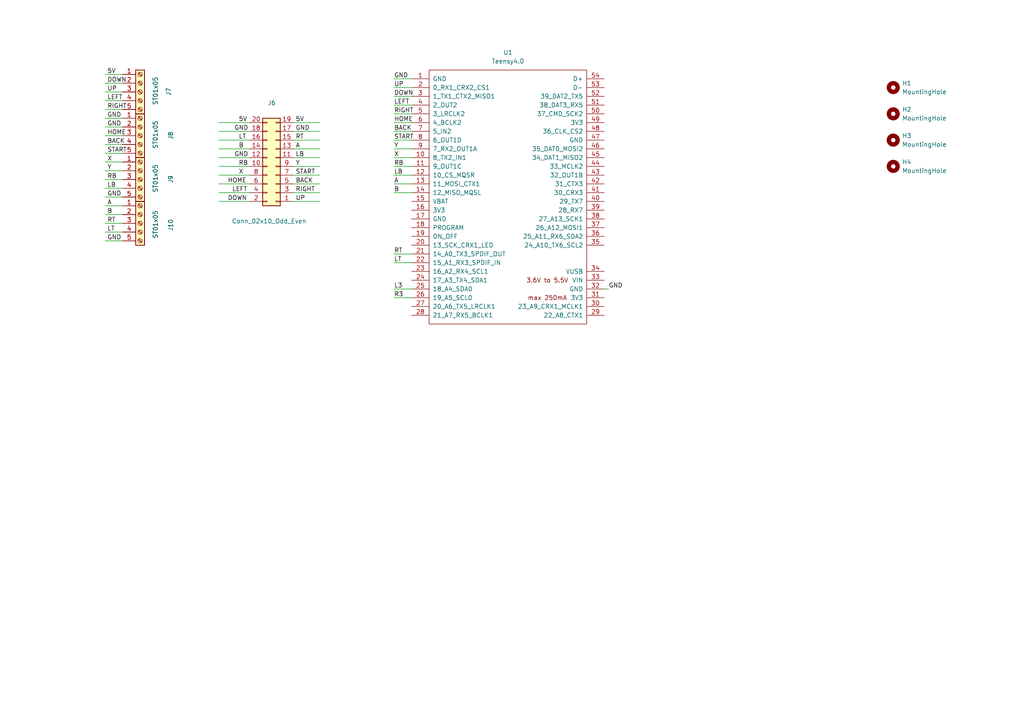
<source format=kicad_sch>
(kicad_sch (version 20230121) (generator eeschema)
  (paper "A4")
  (lib_symbols
    (symbol "Connector:Screw_Terminal_01x05" (pin_names (offset 1.016) hide)
      (property "Reference" "J" (at 0 7.62 0))
      (property "Value" "Screw_Terminal_01x05" (at 0 -7.62 0))
      (symbol "Screw_Terminal_01x05_1_1"
        (rectangle (start -1.27 6.35) (end 1.27 -6.35) (stroke (width 0.254)) (fill (type background)))
        (circle (center 0 -5.08) (radius 0.635) (stroke (width 0.1524)))
        (circle (center 0 -2.54) (radius 0.635) (stroke (width 0.1524)))
        (polyline (pts (xy -0.5334 -4.7498) (xy 0.3302 -5.588)) (stroke (width 0.1524)))
        (polyline (pts (xy -0.5334 -2.2098) (xy 0.3302 -3.048)) (stroke (width 0.1524)))
        (polyline (pts (xy -0.5334 0.3302) (xy 0.3302 -0.508)) (stroke (width 0.1524)))
        (polyline (pts (xy -0.5334 2.8702) (xy 0.3302 2.032)) (stroke (width 0.1524)))
        (polyline (pts (xy -0.5334 5.4102) (xy 0.3302 4.572)) (stroke (width 0.1524)))
        (polyline (pts (xy -0.3556 -4.572) (xy 0.508 -5.4102)) (stroke (width 0.1524)))
        (polyline (pts (xy -0.3556 -2.032) (xy 0.508 -2.8702)) (stroke (width 0.1524)))
        (polyline (pts (xy -0.3556 0.508) (xy 0.508 -0.3302)) (stroke (width 0.1524)))
        (polyline (pts (xy -0.3556 3.048) (xy 0.508 2.2098)) (stroke (width 0.1524)))
        (polyline (pts (xy -0.3556 5.588) (xy 0.508 4.7498)) (stroke (width 0.1524)))
        (circle (center 0 0) (radius 0.635) (stroke (width 0.1524)))
        (circle (center 0 2.54) (radius 0.635) (stroke (width 0.1524)))
        (circle (center 0 5.08) (radius 0.635) (stroke (width 0.1524)))
        (pin passive line (at -5.08 5.08 0) (length 3.81) (name "Pin_1") (number "1"))
        (pin passive line (at -5.08 2.54 0) (length 3.81) (name "Pin_2") (number "2"))
        (pin passive line (at -5.08 0 0) (length 3.81) (name "Pin_3") (number "3"))
        (pin passive line (at -5.08 -2.54 0) (length 3.81) (name "Pin_4") (number "4"))
        (pin passive line (at -5.08 -5.08 0) (length 3.81) (name "Pin_5") (number "5"))
      )
    )
    (symbol "Connector_Generic:Conn_02x10_Odd_Even" (pin_names (offset 1.016) hide)
      (property "Reference" "J" (at 1.27 12.7 0))
      (property "Value" "Conn_02x10_Odd_Even" (at 1.27 -15.24 0))
      (symbol "Conn_02x10_Odd_Even_1_1"
        (rectangle (start -1.27 -12.573) (end 0 -12.827) (stroke (width 0.1524)))
        (rectangle (start -1.27 -10.033) (end 0 -10.287) (stroke (width 0.1524)))
        (rectangle (start -1.27 -7.493) (end 0 -7.747) (stroke (width 0.1524)))
        (rectangle (start -1.27 -4.953) (end 0 -5.207) (stroke (width 0.1524)))
        (rectangle (start -1.27 -2.413) (end 0 -2.667) (stroke (width 0.1524)))
        (rectangle (start -1.27 0.127) (end 0 -0.127) (stroke (width 0.1524)))
        (rectangle (start -1.27 2.667) (end 0 2.413) (stroke (width 0.1524)))
        (rectangle (start -1.27 5.207) (end 0 4.953) (stroke (width 0.1524)))
        (rectangle (start -1.27 7.747) (end 0 7.493) (stroke (width 0.1524)))
        (rectangle (start -1.27 10.287) (end 0 10.033) (stroke (width 0.1524)))
        (rectangle (start -1.27 11.43) (end 3.81 -13.97) (stroke (width 0.254)) (fill (type background)))
        (rectangle (start 3.81 -12.573) (end 2.54 -12.827) (stroke (width 0.1524)))
        (rectangle (start 3.81 -10.033) (end 2.54 -10.287) (stroke (width 0.1524)))
        (rectangle (start 3.81 -7.493) (end 2.54 -7.747) (stroke (width 0.1524)))
        (rectangle (start 3.81 -4.953) (end 2.54 -5.207) (stroke (width 0.1524)))
        (rectangle (start 3.81 -2.413) (end 2.54 -2.667) (stroke (width 0.1524)))
        (rectangle (start 3.81 0.127) (end 2.54 -0.127) (stroke (width 0.1524)))
        (rectangle (start 3.81 2.667) (end 2.54 2.413) (stroke (width 0.1524)))
        (rectangle (start 3.81 5.207) (end 2.54 4.953) (stroke (width 0.1524)))
        (rectangle (start 3.81 7.747) (end 2.54 7.493) (stroke (width 0.1524)))
        (rectangle (start 3.81 10.287) (end 2.54 10.033) (stroke (width 0.1524)))
        (pin passive line (at -5.08 10.16 0) (length 3.81) (name "Pin_1") (number "1"))
        (pin passive line (at 7.62 0 180) (length 3.81) (name "Pin_10") (number "10"))
        (pin passive line (at -5.08 -2.54 0) (length 3.81) (name "Pin_11") (number "11"))
        (pin passive line (at 7.62 -2.54 180) (length 3.81) (name "Pin_12") (number "12"))
        (pin passive line (at -5.08 -5.08 0) (length 3.81) (name "Pin_13") (number "13"))
        (pin passive line (at 7.62 -5.08 180) (length 3.81) (name "Pin_14") (number "14"))
        (pin passive line (at -5.08 -7.62 0) (length 3.81) (name "Pin_15") (number "15"))
        (pin passive line (at 7.62 -7.62 180) (length 3.81) (name "Pin_16") (number "16"))
        (pin passive line (at -5.08 -10.16 0) (length 3.81) (name "Pin_17") (number "17"))
        (pin passive line (at 7.62 -10.16 180) (length 3.81) (name "Pin_18") (number "18"))
        (pin passive line (at -5.08 -12.7 0) (length 3.81) (name "Pin_19") (number "19"))
        (pin passive line (at 7.62 10.16 180) (length 3.81) (name "Pin_2") (number "2"))
        (pin passive line (at 7.62 -12.7 180) (length 3.81) (name "Pin_20") (number "20"))
        (pin passive line (at -5.08 7.62 0) (length 3.81) (name "Pin_3") (number "3"))
        (pin passive line (at 7.62 7.62 180) (length 3.81) (name "Pin_4") (number "4"))
        (pin passive line (at -5.08 5.08 0) (length 3.81) (name "Pin_5") (number "5"))
        (pin passive line (at 7.62 5.08 180) (length 3.81) (name "Pin_6") (number "6"))
        (pin passive line (at -5.08 2.54 0) (length 3.81) (name "Pin_7") (number "7"))
        (pin passive line (at 7.62 2.54 180) (length 3.81) (name "Pin_8") (number "8"))
        (pin passive line (at -5.08 0 0) (length 3.81) (name "Pin_9") (number "9"))
      )
    )
    (symbol "Mechanical:MountingHole" (pin_names (offset 1.016))
      (property "Reference" "H" (at 0 5.08 0))
      (property "Value" "MountingHole" (at 0 3.175 0))
      (symbol "MountingHole_0_1"
        (circle (center 0 0) (radius 1.27) (stroke (width 1.27)))
      )
    )
    (symbol "Teensy:Teensy4.0" (pin_names (offset 1.016))
      (property "Reference" "U" (at 0 39.37 0))
      (property "Value" "Teensy4.0" (at 0 -39.37 0))
      (symbol "Teensy4.0_0_0"
        (text "3.6V to 5.5V" (at 11.43 -24.13 0) (effects (font (size 1.27 1.27))))
        (text "max 250mA" (at 11.43 -29.21 0) (effects (font (size 1.27 1.27))))
        (pin bidirectional line (at -27.94 11.43 0) (length 5.08) (name "8_TX2_IN1") (number "10"))
        (pin bidirectional line (at -27.94 8.89 0) (length 5.08) (name "9_OUT1C") (number "11"))
        (pin bidirectional line (at -27.94 6.35 0) (length 5.08) (name "10_CS_MQSR") (number "12"))
        (pin bidirectional line (at -27.94 3.81 0) (length 5.08) (name "11_MOSI_CTX1") (number "13"))
        (pin bidirectional line (at -27.94 1.27 0) (length 5.08) (name "12_MISO_MQSL") (number "14"))
        (pin power_in line (at -27.94 -1.27 0) (length 5.08) (name "VBAT") (number "15"))
        (pin power_in line (at -27.94 -3.81 0) (length 5.08) (name "3V3") (number "16"))
        (pin power_in line (at -27.94 -6.35 0) (length 5.08) (name "GND") (number "17"))
        (pin input line (at -27.94 -8.89 0) (length 5.08) (name "PROGRAM") (number "18"))
        (pin input line (at -27.94 -11.43 0) (length 5.08) (name "ON_OFF") (number "19"))
        (pin bidirectional line (at -27.94 -13.97 0) (length 5.08) (name "13_SCK_CRX1_LED") (number "20"))
        (pin bidirectional line (at -27.94 -16.51 0) (length 5.08) (name "14_A0_TX3_SPDIF_OUT") (number "21"))
        (pin bidirectional line (at -27.94 -19.05 0) (length 5.08) (name "15_A1_RX3_SPDIF_IN") (number "22"))
        (pin bidirectional line (at -27.94 -21.59 0) (length 5.08) (name "16_A2_RX4_SCL1") (number "23"))
        (pin bidirectional line (at -27.94 -24.13 0) (length 5.08) (name "17_A3_TX4_SDA1") (number "24"))
        (pin bidirectional line (at -27.94 -26.67 0) (length 5.08) (name "18_A4_SDA0") (number "25"))
        (pin bidirectional line (at -27.94 -29.21 0) (length 5.08) (name "19_A5_SCL0") (number "26"))
        (pin bidirectional line (at -27.94 -31.75 0) (length 5.08) (name "20_A6_TX5_LRCLK1") (number "27"))
        (pin bidirectional line (at -27.94 -34.29 0) (length 5.08) (name "21_A7_RX5_BCLK1") (number "28"))
        (pin bidirectional line (at 27.94 -34.29 180) (length 5.08) (name "22_A8_CTX1") (number "29"))
        (pin bidirectional line (at 27.94 -31.75 180) (length 5.08) (name "23_A9_CRX1_MCLK1") (number "30"))
        (pin power_out line (at 27.94 -29.21 180) (length 5.08) (name "3V3") (number "31"))
        (pin power_in line (at 27.94 -26.67 180) (length 5.08) (name "GND") (number "32"))
        (pin power_in line (at 27.94 -24.13 180) (length 5.08) (name "VIN") (number "33"))
        (pin power_out line (at 27.94 -21.59 180) (length 5.08) (name "VUSB") (number "34"))
        (pin bidirectional line (at 27.94 -13.97 180) (length 5.08) (name "24_A10_TX6_SCL2") (number "35"))
        (pin bidirectional line (at 27.94 -11.43 180) (length 5.08) (name "25_A11_RX6_SDA2") (number "36"))
        (pin bidirectional line (at 27.94 -8.89 180) (length 5.08) (name "26_A12_MOSI1") (number "37"))
        (pin bidirectional line (at 27.94 -6.35 180) (length 5.08) (name "27_A13_SCK1") (number "38"))
        (pin bidirectional line (at 27.94 -3.81 180) (length 5.08) (name "28_RX7") (number "39"))
        (pin bidirectional line (at 27.94 -1.27 180) (length 5.08) (name "29_TX7") (number "40"))
        (pin bidirectional line (at 27.94 1.27 180) (length 5.08) (name "30_CRX3") (number "41"))
        (pin bidirectional line (at 27.94 3.81 180) (length 5.08) (name "31_CTX3") (number "42"))
        (pin bidirectional line (at 27.94 6.35 180) (length 5.08) (name "32_OUT1B") (number "43"))
        (pin bidirectional line (at 27.94 8.89 180) (length 5.08) (name "33_MCLK2") (number "44"))
        (pin bidirectional line (at 27.94 11.43 180) (length 5.08) (name "34_DAT1_MISO2") (number "45"))
        (pin bidirectional line (at 27.94 13.97 180) (length 5.08) (name "35_DAT0_MOSI2") (number "46"))
        (pin power_out line (at 27.94 16.51 180) (length 5.08) (name "GND") (number "47"))
        (pin bidirectional line (at 27.94 19.05 180) (length 5.08) (name "36_CLK_CS2") (number "48"))
        (pin power_out line (at 27.94 21.59 180) (length 5.08) (name "3V3") (number "49"))
        (pin bidirectional line (at -27.94 24.13 0) (length 5.08) (name "3_LRCLK2") (number "5"))
        (pin bidirectional line (at 27.94 24.13 180) (length 5.08) (name "37_CMD_SCK2") (number "50"))
        (pin bidirectional line (at 27.94 26.67 180) (length 5.08) (name "38_DAT3_RX5") (number "51"))
        (pin bidirectional line (at 27.94 29.21 180) (length 5.08) (name "39_DAT2_TX5") (number "52"))
        (pin bidirectional line (at 27.94 31.75 180) (length 5.08) (name "D-") (number "53"))
        (pin bidirectional line (at 27.94 34.29 180) (length 5.08) (name "D+") (number "54"))
        (pin bidirectional line (at -27.94 21.59 0) (length 5.08) (name "4_BCLK2") (number "6"))
        (pin bidirectional line (at -27.94 19.05 0) (length 5.08) (name "5_IN2") (number "7"))
        (pin bidirectional line (at -27.94 16.51 0) (length 5.08) (name "6_OUT1D") (number "8"))
        (pin bidirectional line (at -27.94 13.97 0) (length 5.08) (name "7_RX2_OUT1A") (number "9"))
      )
      (symbol "Teensy4.0_0_1"
        (rectangle (start -22.86 36.83) (end 22.86 -36.83))
        (rectangle (start -20.32 -31.75) (end -20.32 -31.75))
      )
      (symbol "Teensy4.0_1_1"
        (pin power_in line (at -27.94 34.29 0) (length 5.08) (name "GND") (number "1"))
        (pin bidirectional line (at -27.94 31.75 0) (length 5.08) (name "0_RX1_CRX2_CS1") (number "2"))
        (pin bidirectional line (at -27.94 29.21 0) (length 5.08) (name "1_TX1_CTX2_MISO1") (number "3"))
        (pin bidirectional line (at -27.94 26.67 0) (length 5.08) (name "2_OUT2") (number "4"))
      )
    )
  )
  (wire (pts (xy 35.56 31.75) (xy 30.48 31.75)))
  (wire (pts (xy 35.56 34.29) (xy 30.48 34.29)))
  (wire (pts (xy 114.3 83.82) (xy 119.38 83.82)))
  (wire (pts (xy 114.3 76.2) (xy 119.38 76.2)))
  (wire (pts (xy 35.56 36.83) (xy 30.48 36.83)))
  (wire (pts (xy 35.56 29.21) (xy 30.48 29.21)))
  (wire (pts (xy 114.3 55.88) (xy 119.38 55.88)))
  (wire (pts (xy 114.3 27.94) (xy 119.38 27.94)))
  (wire (pts (xy 92.71 38.1) (xy 85.09 38.1)))
  (wire (pts (xy 114.3 45.72) (xy 119.38 45.72)))
  (wire (pts (xy 114.3 25.4) (xy 119.38 25.4)))
  (wire (pts (xy 35.56 49.53) (xy 30.48 49.53)))
  (wire (pts (xy 114.3 50.8) (xy 119.38 50.8)))
  (wire (pts (xy 63.5 35.56) (xy 72.39 35.56)))
  (wire (pts (xy 35.56 44.45) (xy 30.48 44.45)))
  (wire (pts (xy 92.71 55.88) (xy 85.09 55.88)))
  (wire (pts (xy 114.3 53.34) (xy 119.38 53.34)))
  (wire (pts (xy 63.5 40.64) (xy 72.39 40.64)))
  (wire (pts (xy 92.71 48.26) (xy 85.09 48.26)))
  (wire (pts (xy 63.5 43.18) (xy 72.39 43.18)))
  (wire (pts (xy 114.3 48.26) (xy 119.38 48.26)))
  (wire (pts (xy 92.71 45.72) (xy 85.09 45.72)))
  (wire (pts (xy 114.3 30.48) (xy 119.38 30.48)))
  (wire (pts (xy 114.3 22.86) (xy 119.38 22.86)))
  (wire (pts (xy 35.56 52.07) (xy 30.48 52.07)))
  (wire (pts (xy 35.56 64.77) (xy 30.48 64.77)))
  (wire (pts (xy 92.71 40.64) (xy 85.09 40.64)))
  (wire (pts (xy 63.5 58.42) (xy 72.39 58.42)))
  (wire (pts (xy 35.56 24.13) (xy 30.48 24.13)))
  (wire (pts (xy 35.56 41.91) (xy 30.48 41.91)))
  (wire (pts (xy 114.3 73.66) (xy 119.38 73.66)))
  (wire (pts (xy 63.5 55.88) (xy 72.39 55.88)))
  (wire (pts (xy 63.5 53.34) (xy 72.39 53.34)))
  (wire (pts (xy 35.56 26.67) (xy 30.48 26.67)))
  (wire (pts (xy 114.3 40.64) (xy 119.38 40.64)))
  (wire (pts (xy 114.3 33.02) (xy 119.38 33.02)))
  (wire (pts (xy 35.56 57.15) (xy 30.48 57.15)))
  (wire (pts (xy 35.56 39.37) (xy 30.48 39.37)))
  (wire (pts (xy 35.56 54.61) (xy 30.48 54.61)))
  (wire (pts (xy 92.71 50.8) (xy 85.09 50.8)))
  (wire (pts (xy 63.5 48.26) (xy 72.39 48.26)))
  (wire (pts (xy 92.71 58.42) (xy 85.09 58.42)))
  (wire (pts (xy 63.5 38.1) (xy 72.39 38.1)))
  (wire (pts (xy 92.71 43.18) (xy 85.09 43.18)))
  (wire (pts (xy 63.5 45.72) (xy 72.39 45.72)))
  (wire (pts (xy 35.56 21.59) (xy 30.48 21.59)))
  (wire (pts (xy 114.3 38.1) (xy 119.38 38.1)))
  (wire (pts (xy 35.56 59.69) (xy 30.48 59.69)))
  (wire (pts (xy 114.3 43.18) (xy 119.38 43.18)))
  (wire (pts (xy 114.3 35.56) (xy 119.38 35.56)))
  (wire (pts (xy 92.71 53.34) (xy 85.09 53.34)))
  (wire (pts (xy 35.56 46.99) (xy 30.48 46.99)))
  (wire (pts (xy 63.5 50.8) (xy 72.39 50.8)))
  (wire (pts (xy 175.26 83.82) (xy 176.53 83.82)))
  (wire (pts (xy 35.56 62.23) (xy 30.48 62.23)))
  (wire (pts (xy 35.56 69.85) (xy 30.48 69.85)))
  (wire (pts (xy 35.56 67.31) (xy 30.48 67.31)))
  (wire (pts (xy 114.3 86.36) (xy 119.38 86.36)))
  (wire (pts (xy 92.71 35.56) (xy 85.09 35.56)))
  (label "START" (at 31.115 44.45 0))
  (label "GND" (at 31.115 36.83 0))
  (label "B" (at 69.215 43.18 0))
  (label "5V" (at 31.115 21.59 0))
  (label "GND" (at 31.115 57.15 0))
  (label "DOWN" (at 31.115 24.13 0))
  (label "X" (at 69.215 50.8 0))
  (label "LEFT" (at 31.115 29.21 0))
  (label "LEFT" (at 114.3 30.48 0))
  (label "UP" (at 85.725 58.42 0))
  (label "GND" (at 85.725 38.1 0))
  (label "GND" (at 67.945 45.72 0))
  (label "RT" (at 85.725 40.64 0))
  (label "Y" (at 114.3 43.18 0))
  (label "LB" (at 114.3 50.8 0))
  (label "LT" (at 69.215 40.64 0))
  (label "LT" (at 114.3 76.2 0))
  (label "RB" (at 69.215 48.26 0))
  (label "BACK" (at 85.725 53.34 0))
  (label "Y" (at 31.115 49.53 0))
  (label "HOME" (at 31.115 39.37 0))
  (label "RB" (at 31.115 52.07 0))
  (label "A" (at 114.3 53.34 0))
  (label "BACK" (at 114.3 38.1 0))
  (label "RIGHT" (at 114.3 33.02 0))
  (label "DOWN" (at 66.04 58.42 0))
  (label "X" (at 31.115 46.99 0))
  (label "GND" (at 31.115 69.85 0))
  (label "A" (at 31.115 59.69 0))
  (label "START" (at 114.3 40.64 0))
  (label "L3" (at 114.3 83.82 0))
  (label "UP" (at 31.115 26.67 0))
  (label "HOME" (at 114.3 35.56 0))
  (label "RT" (at 114.3 73.66 0))
  (label "RT" (at 31.115 64.77 0))
  (label "R3" (at 114.3 86.36 0))
  (label "LB" (at 85.725 45.72 0))
  (label "X" (at 114.3 45.72 0))
  (label "UP" (at 114.3 25.4 0))
  (label "A" (at 85.725 43.18 0))
  (label "LB" (at 31.115 54.61 0))
  (label "B" (at 114.3 55.88 0))
  (label "GND" (at 114.3 22.86 0))
  (label "RIGHT" (at 31.115 31.75 0))
  (label "LT" (at 31.115 67.31 0))
  (label "START" (at 85.725 50.8 0))
  (label "B" (at 31.115 62.23 0))
  (label "GND" (at 31.115 34.29 0))
  (label "LEFT" (at 67.31 55.88 0))
  (label "RIGHT" (at 85.725 55.88 0))
  (label "RB" (at 114.3 48.26 0))
  (label "Y" (at 85.725 48.26 0))
  (label "GND" (at 67.945 38.1 0))
  (label "HOME" (at 66.04 53.34 0))
  (label "GND" (at 176.53 83.82 0))
  (label "5V" (at 85.725 35.56 0))
  (label "5V" (at 69.215 35.56 0))
  (label "DOWN" (at 114.3 27.94 0))
  (label "BACK" (at 31.115 41.91 0))
  (symbol (lib_id "Connector:Screw_Terminal_01x05") (at 40.64 52.07 0) (unit 1)
    (property "Reference" "J9" (at 49.53 50.8 90) (effects (justify right)))
    (property "Value" "ST01x05" (at 45.085 47.625 90) (effects (justify right)))
    (property "Footprint" "TerminalBlock_MetzConnect:TerminalBlock_MetzConnect_Type059_RT06305HBWC_1x05_P3.50mm_Horizontal" (effects hide))
  )
  (symbol (lib_id "Mechanical:MountingHole") (at 259.08 33.02 0) (unit 1)
    (property "Reference" "H2" (at 261.62 31.75 0) (effects (justify left)))
    (property "Value" "MountingHole" (at 261.62 34.29 0) (effects (justify left)))
  )
  (symbol (lib_id "Mechanical:MountingHole") (at 259.08 40.64 0) (unit 1)
    (property "Reference" "H3" (at 261.62 39.37 0) (effects (justify left)))
    (property "Value" "MountingHole" (at 261.62 41.91 0) (effects (justify left)))
  )
  (symbol (lib_id "Connector:Screw_Terminal_01x05") (at 40.64 26.67 0) (unit 1)
    (property "Reference" "J7" (at 48.895 25.4 90) (effects (justify right)))
    (property "Value" "ST01x05" (at 45.085 22.225 90) (effects (justify right)))
    (property "Footprint" "TerminalBlock_MetzConnect:TerminalBlock_MetzConnect_Type059_RT06305HBWC_1x05_P3.50mm_Horizontal" (effects hide))
  )
  (symbol (lib_id "Teensy:Teensy4.0") (at 147.32 57.15 0) (unit 1)
    (property "Reference" "U1" (at 147.32 15.24 0))
    (property "Value" "Teensy4.0" (at 147.32 17.78 0))
  )
  (symbol (lib_id "Connector:Screw_Terminal_01x05") (at 40.64 64.77 0) (unit 1)
    (property "Reference" "J10" (at 49.53 63.5 90) (effects (justify right)))
    (property "Value" "ST01x05" (at 45.085 60.96 90) (effects (justify right)))
    (property "Footprint" "TerminalBlock_MetzConnect:TerminalBlock_MetzConnect_Type059_RT06305HBWC_1x05_P3.50mm_Horizontal" (effects hide))
  )
  (symbol (lib_id "Mechanical:MountingHole") (at 259.08 25.4 0) (unit 1)
    (property "Reference" "H1" (at 261.62 24.13 0) (effects (justify left)))
    (property "Value" "MountingHole" (at 261.62 26.67 0) (effects (justify left)))
  )
  (symbol (lib_id "Mechanical:MountingHole") (at 259.08 48.26 0) (unit 1)
    (property "Reference" "H4" (at 261.62 46.99 0) (effects (justify left)))
    (property "Value" "MountingHole" (at 261.62 49.53 0) (effects (justify left)))
  )
  (symbol (lib_id "Connector_Generic:Conn_02x10_Odd_Even") (at 80.01 48.26 180) (unit 1)
    (property "Reference" "J6" (at 80.01 29.845 0) (effects (justify left)))
    (property "Value" "Conn_02x10_Odd_Even" (at 88.9 64.135 0) (effects (justify left)))
    (property "Footprint" "Connector_PinHeader_2.54mm:PinHeader_2x10_P2.54mm_Vertical" (effects hide))
  )
  (symbol (lib_id "Connector:Screw_Terminal_01x05") (at 40.64 39.37 0) (unit 1)
    (property "Reference" "J8" (at 49.53 38.1 90) (effects (justify right)))
    (property "Value" "ST01x05" (at 45.085 34.925 90) (effects (justify right)))
    (property "Footprint" "TerminalBlock_MetzConnect:TerminalBlock_MetzConnect_Type059_RT06305HBWC_1x05_P3.50mm_Horizontal" (effects hide))
  )
)
</source>
